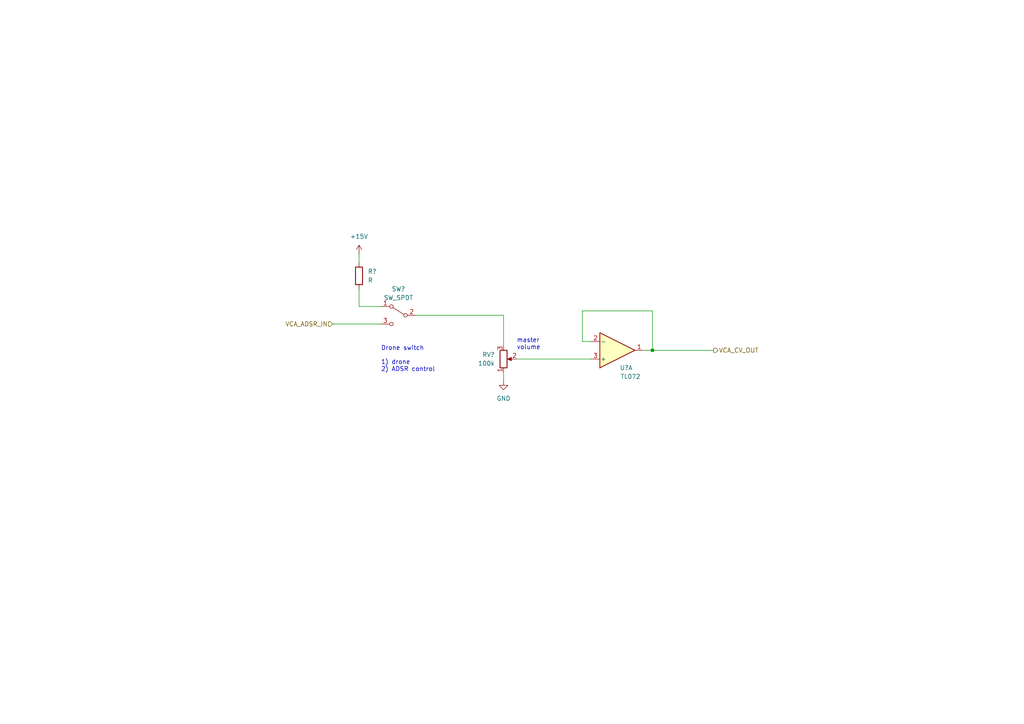
<source format=kicad_sch>
(kicad_sch (version 20211123) (generator eeschema)
  (paper "A4")
  (title_block (title "Josh Ox Ribbon Synth Ribbon board") (date "2022-06-16") (rev "0") (comment 1 "creativecommons.org/licences/by/4.0") (comment 2 "license: CC by 4.0") (comment 3 "Author: Jordan Aceto"))
  (lib_symbols
    (symbol "Amplifier_Operational:TL072" (pin_names (offset 0.127))
      (property "Reference" "U" (at 0 5.08 0))
      (property "Value" "TL072" (at 0 -5.08 0))
      (symbol "TL072_1_1"
        (polyline (pts (xy -5.08 5.08) (xy 5.08 0) (xy -5.08 -5.08) (xy -5.08 5.08)) (stroke (width 0.254)) (fill (type background)))
        (pin output line (at 7.62 0 180) (length 2.54) (name "~") (number "1"))
        (pin input line (at -7.62 -2.54 0) (length 2.54) (name "-") (number "2"))
        (pin input line (at -7.62 2.54 0) (length 2.54) (name "+") (number "3"))
      )
      (symbol "TL072_2_1"
        (polyline (pts (xy -5.08 5.08) (xy 5.08 0) (xy -5.08 -5.08) (xy -5.08 5.08)) (stroke (width 0.254)) (fill (type background)))
        (pin input line (at -7.62 2.54 0) (length 2.54) (name "+") (number "5"))
        (pin input line (at -7.62 -2.54 0) (length 2.54) (name "-") (number "6"))
        (pin output line (at 7.62 0 180) (length 2.54) (name "~") (number "7"))
      )
      (symbol "TL072_3_1"
        (pin power_in line (at -2.54 -7.62 90) (length 3.81) (name "V-") (number "4"))
        (pin power_in line (at -2.54 7.62 270) (length 3.81) (name "V+") (number "8"))
      )
    )
    (symbol "Device:R" (pin_numbers hide) (pin_names (offset 0))
      (property "Reference" "R" (at 2.032 0 90))
      (property "Value" "R" (at 0 0 90))
      (symbol "R_0_1"
        (rectangle (start -1.016 -2.54) (end 1.016 2.54) (stroke (width 0.254)))
      )
      (symbol "R_1_1"
        (pin passive line (at 0 3.81 270) (length 1.27) (name "~") (number "1"))
        (pin passive line (at 0 -3.81 90) (length 1.27) (name "~") (number "2"))
      )
    )
    (symbol "Device:R_Potentiometer" (pin_names (offset 1.016) hide)
      (property "Reference" "RV" (at -4.445 0 90))
      (property "Value" "R_Potentiometer" (at -2.54 0 90))
      (symbol "R_Potentiometer_0_1"
        (polyline (pts (xy 2.54 0) (xy 1.524 0)))
        (polyline (pts (xy 1.143 0) (xy 2.286 0.508) (xy 2.286 -0.508) (xy 1.143 0)) (fill (type outline)))
        (rectangle (start 1.016 2.54) (end -1.016 -2.54) (stroke (width 0.254)))
      )
      (symbol "R_Potentiometer_1_1"
        (pin passive line (at 0 3.81 270) (length 1.27) (name "1") (number "1"))
        (pin passive line (at 3.81 0 180) (length 1.27) (name "2") (number "2"))
        (pin passive line (at 0 -3.81 90) (length 1.27) (name "3") (number "3"))
      )
    )
    (symbol "Switch:SW_SPDT" (pin_names (offset 0) hide)
      (property "Reference" "SW" (at 0 4.318 0))
      (property "Value" "SW_SPDT" (at 0 -5.08 0))
      (symbol "SW_SPDT_0_0"
        (circle (center -2.032 0) (radius 0.508))
        (circle (center 2.032 -2.54) (radius 0.508))
      )
      (symbol "SW_SPDT_0_1"
        (polyline (pts (xy -1.524 0.254) (xy 1.651 2.286)))
        (circle (center 2.032 2.54) (radius 0.508))
      )
      (symbol "SW_SPDT_1_1"
        (pin passive line (at 5.08 2.54 180) (length 2.54) (name "A") (number "1"))
        (pin passive line (at -5.08 0 0) (length 2.54) (name "B") (number "2"))
        (pin passive line (at 5.08 -2.54 180) (length 2.54) (name "C") (number "3"))
      )
    )
    (symbol "power:+15V" (power) (pin_names (offset 0))
      (property "Value" "+15V" (at 0 3.556 0))
      (symbol "+15V_0_1"
        (polyline (pts (xy -0.762 1.27) (xy 0 2.54)))
        (polyline (pts (xy 0 0) (xy 0 2.54)))
        (polyline (pts (xy 0 2.54) (xy 0.762 1.27)))
      )
      (symbol "+15V_1_1"
        (pin power_in line (at 0 0 90) (length 0) hide (name "+15V") (number "1"))
      )
    )
    (symbol "power:GND" (power) (pin_names (offset 0))
      (property "Value" "GND" (at 0 -3.81 0))
      (symbol "GND_0_1"
        (polyline (pts (xy 0 0) (xy 0 -1.27) (xy 1.27 -1.27) (xy 0 -2.54) (xy -1.27 -1.27) (xy 0 -1.27)))
      )
      (symbol "GND_1_1"
        (pin power_in line (at 0 0 270) (length 0) hide (name "GND") (number "1"))
      )
    )
  )
  (junction (at 189.23 101.6))
  (wire (pts (xy 96.52 93.98) (xy 110.49 93.98)))
  (wire (pts (xy 120.65 91.44) (xy 146.05 91.44)))
  (wire (pts (xy 168.91 90.17) (xy 189.23 90.17)))
  (wire (pts (xy 189.23 101.6) (xy 207.01 101.6)))
  (wire (pts (xy 168.91 99.06) (xy 168.91 90.17)))
  (wire (pts (xy 104.14 73.66) (xy 104.14 76.2)))
  (wire (pts (xy 104.14 88.9) (xy 110.49 88.9)))
  (wire (pts (xy 104.14 83.82) (xy 104.14 88.9)))
  (wire (pts (xy 146.05 100.33) (xy 146.05 91.44)))
  (wire (pts (xy 149.86 104.14) (xy 171.45 104.14)))
  (wire (pts (xy 146.05 107.95) (xy 146.05 110.49)))
  (wire (pts (xy 171.45 99.06) (xy 168.91 99.06)))
  (wire (pts (xy 189.23 101.6) (xy 186.69 101.6)))
  (wire (pts (xy 189.23 90.17) (xy 189.23 101.6)))
  (text "master\nvolume" (at 149.86 101.6 0) (effects (font (size 1.27 1.27)) (justify left bottom)))
  (text "Drone switch\n\n1) drone\n2) ADSR control" (at 110.49 107.95 0) (effects (font (size 1.27 1.27)) (justify left bottom)))
  (hierarchical_label "VCA_ADSR_IN" (shape input) (at 96.52 93.98 180))
  (hierarchical_label "VCA_CV_OUT" (shape output) (at 207.01 101.6 0))
  (symbol (lib_id "Device:R") (at 104.14 80.01 0) (unit 1)
    (property "Reference" "R?" (at 106.68 78.7399 0) (effects (justify left)))
    (property "Value" "R" (at 106.68 81.2799 0) (effects (justify left)))
  )
  (symbol (lib_id "power:GND") (at 146.05 110.49 0) (unit 1)
    (property "Reference" "#PWR?" (effects hide))
    (property "Value" "GND" (at 146.05 115.57 0))
  )
  (symbol (lib_id "Amplifier_Operational:TL072") (at 179.07 101.6 0) (mirror x) (unit 1)
    (property "Reference" "U?" (at 181.61 106.68 0))
    (property "Value" "TL072" (at 182.88 109.22 0))
    (property "Datasheet" "http://www.ti.com/lit/ds/symlink/tl071.pdf" (effects hide))
  )
  (symbol (lib_id "power:+15V") (at 104.14 73.66 0) (unit 1)
    (property "Reference" "#PWR?" (effects hide))
    (property "Value" "+15V" (at 104.14 68.58 0))
  )
  (symbol (lib_id "Switch:SW_SPDT") (at 115.57 91.44 0) (mirror y) (unit 1)
    (property "Reference" "SW?" (at 115.57 83.82 0))
    (property "Value" "SW_SPDT" (at 115.57 86.36 0))
  )
  (symbol (lib_id "Device:R_Potentiometer") (at 146.05 104.14 0) (mirror x) (unit 1)
    (property "Reference" "RV?" (at 143.51 102.8699 0) (effects (justify right)))
    (property "Value" "100k" (at 143.51 105.4099 0) (effects (justify right)))
  )
)
</source>
